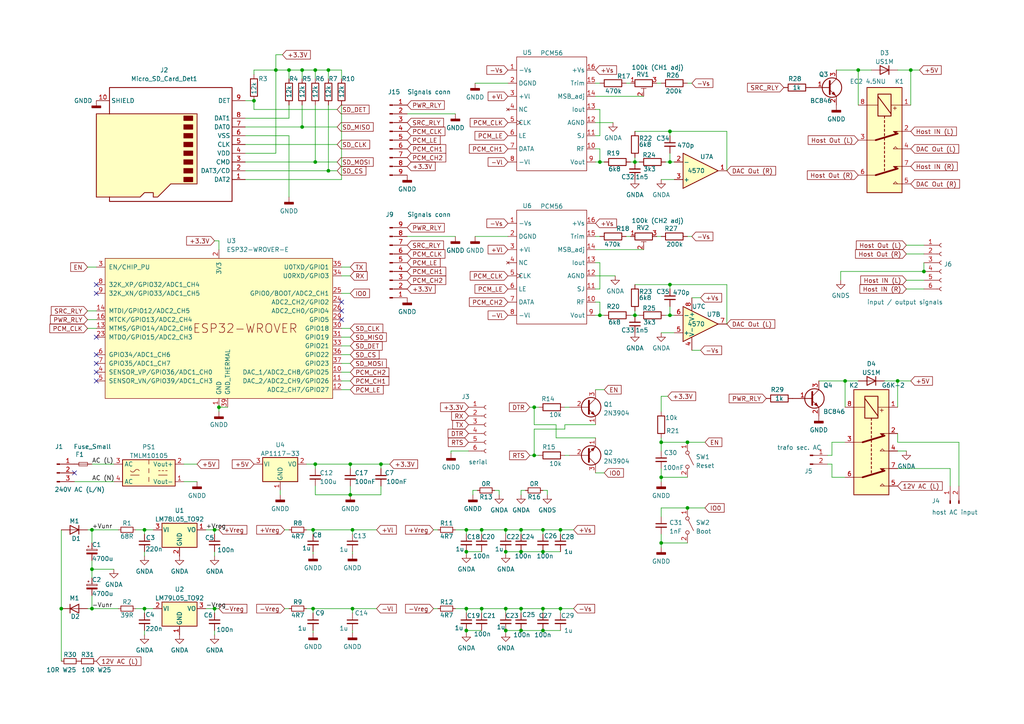
<source format=kicad_sch>
(kicad_sch (version 20231120) (generator "eeschema") (generator_version "8.0")
  (paper "A4")
  (title_block (title "ESP32 PCM56 player") (date "2024-05-28") (rev "0.4") (company "GameInstance.com"))
  (junction (at 146.685 182.88))
  (junction (at 151.13 160.02))
  (junction (at 101.6 134.62))
  (junction (at 26.67 176.53))
  (junction (at 90.805 153.67))
  (junction (at 199.39 128.27))
  (junction (at 248.92 20.32))
  (junction (at 154.94 118.11))
  (junction (at 260.35 110.49))
  (junction (at 184.15 91.44))
  (junction (at 95.25 49.53))
  (junction (at 194.31 91.44))
  (junction (at 26.67 153.67))
  (junction (at 151.13 176.53))
  (junction (at 191.77 157.48))
  (junction (at 95.25 20.32))
  (junction (at 91.44 46.99))
  (junction (at 87.63 20.32))
  (junction (at 157.48 176.53))
  (junction (at 194.31 38.1))
  (junction (at 264.16 20.32))
  (junction (at 139.7 176.53))
  (junction (at 135.255 153.67))
  (junction (at 102.235 176.53))
  (junction (at 157.48 153.67))
  (junction (at 173.99 91.44))
  (junction (at 245.11 110.49))
  (junction (at 110.49 134.62))
  (junction (at 62.23 153.67))
  (junction (at 135.255 176.53))
  (junction (at 102.235 153.67))
  (junction (at 87.63 36.83))
  (junction (at 151.13 153.67))
  (junction (at 73.66 29.21))
  (junction (at 41.91 176.53))
  (junction (at 26.67 165.1))
  (junction (at 101.6 143.51))
  (junction (at 194.31 46.99))
  (junction (at 80.01 20.32))
  (junction (at 91.44 20.32))
  (junction (at 146.685 160.02))
  (junction (at 162.56 153.67))
  (junction (at 41.91 153.67))
  (junction (at 91.44 134.62))
  (junction (at 157.48 160.02))
  (junction (at 135.255 182.88))
  (junction (at 184.15 46.99))
  (junction (at 83.82 20.32))
  (junction (at 154.94 132.08))
  (junction (at 62.23 176.53))
  (junction (at 90.805 176.53))
  (junction (at 146.685 153.67))
  (junction (at 191.77 138.43))
  (junction (at 162.56 176.53))
  (junction (at 146.685 176.53))
  (junction (at 199.39 147.32))
  (junction (at 191.77 128.27))
  (junction (at 63.5 118.11))
  (junction (at 135.255 160.02))
  (junction (at 139.7 153.67))
  (junction (at 173.99 46.99))
  (junction (at 194.31 82.55))
  (junction (at 17.78 176.53))
  (junction (at 267.97 78.74))
  (junction (at 151.13 182.88))
  (junction (at 157.48 182.88))
  (no_connect (at 27.94 107.95))
  (no_connect (at 99.06 87.63))
  (no_connect (at 99.06 90.17))
  (no_connect (at 27.94 97.79))
  (no_connect (at 99.06 92.71))
  (no_connect (at 27.94 110.49))
  (no_connect (at 27.94 102.87))
  (no_connect (at 21.59 137.16))
  (no_connect (at 27.94 82.55))
  (no_connect (at 27.94 105.41))
  (no_connect (at 27.94 85.09))
  (wire (pts (xy 118.11 68.58) (xy 132.08 68.58)))
  (wire (pts (xy 245.11 110.49) (xy 248.92 110.49)))
  (wire (pts (xy 146.685 160.02) (xy 146.685 160.655)))
  (wire (pts (xy 71.12 52.07) (xy 99.06 52.07)))
  (wire (pts (xy 62.23 160.02) (xy 62.23 161.29)))
  (wire (pts (xy 161.29 123.19) (xy 154.94 123.19)))
  (wire (pts (xy 191.77 96.52) (xy 195.58 96.52)))
  (wire (pts (xy 151.13 142.24) (xy 152.4 142.24)))
  (wire (pts (xy 102.235 153.67) (xy 109.22 153.67)))
  (wire (pts (xy 199.39 24.13) (xy 200.66 24.13)))
  (wire (pts (xy 135.255 160.02) (xy 139.7 160.02)))
  (wire (pts (xy 172.72 31.75) (xy 173.99 31.75)))
  (wire (pts (xy 172.72 68.58) (xy 173.99 68.58)))
  (wire (pts (xy 193.04 91.44) (xy 194.31 91.44)))
  (wire (pts (xy 194.31 91.44) (xy 195.58 91.44)))
  (wire (pts (xy 260.35 20.32) (xy 264.16 20.32)))
  (wire (pts (xy 163.83 118.11) (xy 165.1 118.11)))
  (wire (pts (xy 62.23 69.85) (xy 63.5 69.85)))
  (wire (pts (xy 157.48 153.67) (xy 162.56 153.67)))
  (wire (pts (xy 161.29 127) (xy 161.29 123.19)))
  (wire (pts (xy 90.805 182.88) (xy 90.805 183.515)))
  (wire (pts (xy 184.15 91.44) (xy 185.42 91.44)))
  (wire (pts (xy 193.04 46.99) (xy 194.31 46.99)))
  (wire (pts (xy 172.72 137.16) (xy 175.26 137.16)))
  (wire (pts (xy 157.48 182.88) (xy 162.56 182.88)))
  (wire (pts (xy 62.23 176.53) (xy 62.23 177.8)))
  (wire (pts (xy 135.255 182.88) (xy 135.255 183.515)))
  (wire (pts (xy 25.4 77.47) (xy 27.94 77.47)))
  (wire (pts (xy 260.35 125.73) (xy 260.35 128.27)))
  (wire (pts (xy 173.99 43.18) (xy 173.99 46.99)))
  (wire (pts (xy 184.15 45.72) (xy 184.15 46.99)))
  (wire (pts (xy 82.55 176.53) (xy 83.82 176.53)))
  (wire (pts (xy 172.72 87.63) (xy 173.99 87.63)))
  (wire (pts (xy 153.67 118.11) (xy 154.94 118.11)))
  (wire (pts (xy 184.15 46.99) (xy 185.42 46.99)))
  (wire (pts (xy 158.75 142.24) (xy 158.75 143.51)))
  (wire (pts (xy 194.31 82.55) (xy 210.82 82.55)))
  (wire (pts (xy 62.23 153.67) (xy 62.23 154.94)))
  (wire (pts (xy 62.23 182.88) (xy 62.23 184.15)))
  (wire (pts (xy 26.67 153.67) (xy 26.67 157.48)))
  (wire (pts (xy 102.235 153.67) (xy 102.235 154.94)))
  (wire (pts (xy 99.06 80.01) (xy 101.6 80.01)))
  (wire (pts (xy 154.94 124.46) (xy 154.94 132.08)))
  (wire (pts (xy 91.44 143.51) (xy 101.6 143.51)))
  (wire (pts (xy 162.56 176.53) (xy 166.37 176.53)))
  (wire (pts (xy 262.89 73.66) (xy 267.97 73.66)))
  (wire (pts (xy 139.7 176.53) (xy 139.7 177.8)))
  (wire (pts (xy 248.92 20.32) (xy 252.73 20.32)))
  (wire (pts (xy 172.72 43.18) (xy 173.99 43.18)))
  (wire (pts (xy 135.255 176.53) (xy 139.7 176.53)))
  (wire (pts (xy 151.13 142.24) (xy 151.13 143.51)))
  (wire (pts (xy 146.685 182.88) (xy 146.685 183.515)))
  (wire (pts (xy 59.69 176.53) (xy 62.23 176.53)))
  (wire (pts (xy 172.72 113.03) (xy 175.26 113.03)))
  (wire (pts (xy 87.63 30.48) (xy 87.63 36.83)))
  (wire (pts (xy 173.99 83.82) (xy 172.72 83.82)))
  (wire (pts (xy 184.15 82.55) (xy 194.31 82.55)))
  (wire (pts (xy 91.44 134.62) (xy 91.44 135.89)))
  (wire (pts (xy 199.39 138.43) (xy 191.77 138.43)))
  (wire (pts (xy 71.12 46.99) (xy 91.44 46.99)))
  (wire (pts (xy 135.255 160.02) (xy 135.255 160.655)))
  (wire (pts (xy 137.16 143.51) (xy 137.16 142.24)))
  (wire (pts (xy 139.7 176.53) (xy 146.685 176.53)))
  (wire (pts (xy 99.06 107.95) (xy 101.6 107.95)))
  (wire (pts (xy 146.685 153.67) (xy 151.13 153.67)))
  (wire (pts (xy 262.89 71.12) (xy 267.97 71.12)))
  (wire (pts (xy 200.66 101.6) (xy 203.2 101.6)))
  (wire (pts (xy 245.11 110.49) (xy 245.11 118.11)))
  (wire (pts (xy 99.06 85.09) (xy 101.6 85.09)))
  (wire (pts (xy 241.3 128.27) (xy 245.11 128.27)))
  (wire (pts (xy 190.5 24.13) (xy 191.77 24.13)))
  (wire (pts (xy 237.49 110.49) (xy 245.11 110.49)))
  (wire (pts (xy 83.82 22.86) (xy 83.82 20.32)))
  (wire (pts (xy 154.94 118.11) (xy 156.21 118.11)))
  (wire (pts (xy 153.67 132.08) (xy 154.94 132.08)))
  (wire (pts (xy 90.805 176.53) (xy 90.805 177.8)))
  (wire (pts (xy 163.83 132.08) (xy 165.1 132.08)))
  (wire (pts (xy 260.35 128.27) (xy 278.13 128.27)))
  (wire (pts (xy 101.6 140.97) (xy 101.6 143.51)))
  (wire (pts (xy 99.06 102.87) (xy 101.6 102.87)))
  (wire (pts (xy 264.16 20.32) (xy 266.7 20.32)))
  (wire (pts (xy 71.12 36.83) (xy 87.63 36.83)))
  (wire (pts (xy 139.7 153.67) (xy 146.685 153.67)))
  (wire (pts (xy 110.49 135.89) (xy 110.49 134.62)))
  (wire (pts (xy 59.69 153.67) (xy 62.23 153.67)))
  (wire (pts (xy 137.795 24.13) (xy 147.32 24.13)))
  (wire (pts (xy 240.03 132.08) (xy 241.3 132.08)))
  (wire (pts (xy 25.4 95.25) (xy 27.94 95.25)))
  (wire (pts (xy 146.685 153.67) (xy 146.685 154.94)))
  (wire (pts (xy 172.72 76.2) (xy 173.99 76.2)))
  (wire (pts (xy 157.48 160.02) (xy 162.56 160.02)))
  (wire (pts (xy 91.44 46.99) (xy 97.79 46.99)))
  (wire (pts (xy 146.685 182.88) (xy 151.13 182.88)))
  (wire (pts (xy 242.57 20.32) (xy 248.92 20.32)))
  (wire (pts (xy 95.25 20.32) (xy 95.25 22.86)))
  (wire (pts (xy 137.16 142.24) (xy 138.43 142.24)))
  (wire (pts (xy 99.06 95.25) (xy 101.6 95.25)))
  (wire (pts (xy 264.16 20.32) (xy 264.16 30.48)))
  (wire (pts (xy 184.15 90.17) (xy 184.15 91.44)))
  (wire (pts (xy 139.7 153.67) (xy 139.7 154.94)))
  (wire (pts (xy 194.31 38.1) (xy 210.82 38.1)))
  (wire (pts (xy 80.01 20.32) (xy 80.01 44.45)))
  (wire (pts (xy 91.44 20.32) (xy 91.44 22.86)))
  (wire (pts (xy 163.83 124.46) (xy 154.94 124.46)))
  (wire (pts (xy 146.685 176.53) (xy 151.13 176.53)))
  (wire (pts (xy 73.66 21.59) (xy 73.66 20.32)))
  (wire (pts (xy 157.48 154.94) (xy 157.48 153.67)))
  (wire (pts (xy 210.82 38.1) (xy 210.82 49.53)))
  (wire (pts (xy 90.805 176.53) (xy 102.235 176.53)))
  (wire (pts (xy 62.23 153.67) (xy 63.5 153.67)))
  (wire (pts (xy 90.805 153.67) (xy 90.805 154.94)))
  (wire (pts (xy 199.39 147.32) (xy 191.77 147.32)))
  (wire (pts (xy 39.37 153.67) (xy 41.91 153.67)))
  (wire (pts (xy 172.72 27.94) (xy 186.69 27.94)))
  (wire (pts (xy 81.915 15.875) (xy 80.01 15.875)))
  (wire (pts (xy 83.82 20.32) (xy 80.01 20.32)))
  (wire (pts (xy 256.54 110.49) (xy 260.35 110.49)))
  (wire (pts (xy 99.06 77.47) (xy 101.6 77.47)))
  (wire (pts (xy 95.25 20.32) (xy 99.06 20.32)))
  (wire (pts (xy 71.12 34.29) (xy 83.82 34.29)))
  (wire (pts (xy 53.34 134.62) (xy 57.15 134.62)))
  (wire (pts (xy 135.255 182.88) (xy 139.7 182.88)))
  (wire (pts (xy 99.06 52.07) (xy 99.06 30.48)))
  (wire (pts (xy 91.44 30.48) (xy 91.44 46.99)))
  (wire (pts (xy 210.82 82.55) (xy 210.82 93.98)))
  (wire (pts (xy 26.67 162.56) (xy 26.67 165.1)))
  (wire (pts (xy 260.35 110.49) (xy 264.16 110.49)))
  (wire (pts (xy 191.77 147.32) (xy 191.77 149.86)))
  (wire (pts (xy 73.66 20.32) (xy 80.01 20.32)))
  (wire (pts (xy 173.99 91.44) (xy 175.26 91.44)))
  (wire (pts (xy 182.88 46.99) (xy 184.15 46.99)))
  (wire (pts (xy 260.35 110.49) (xy 260.35 118.11)))
  (wire (pts (xy 90.805 153.67) (xy 102.235 153.67)))
  (wire (pts (xy 130.81 130.81) (xy 130.81 131.445)))
  (wire (pts (xy 199.39 128.27) (xy 204.47 128.27)))
  (wire (pts (xy 110.49 134.62) (xy 113.03 134.62)))
  (wire (pts (xy 191.77 128.27) (xy 191.77 130.81)))
  (wire (pts (xy 99.06 105.41) (xy 101.6 105.41)))
  (wire (pts (xy 191.77 154.94) (xy 191.77 157.48)))
  (wire (pts (xy 95.25 30.48) (xy 95.25 49.53)))
  (wire (pts (xy 81.28 142.24) (xy 81.28 143.51)))
  (wire (pts (xy 73.66 31.75) (xy 73.66 29.21)))
  (wire (pts (xy 135.255 153.67) (xy 139.7 153.67)))
  (wire (pts (xy 245.11 138.43) (xy 241.3 138.43)))
  (wire (pts (xy 146.685 176.53) (xy 146.685 177.8)))
  (wire (pts (xy 80.01 15.875) (xy 80.01 20.32)))
  (wire (pts (xy 83.82 34.29) (xy 83.82 30.48)))
  (wire (pts (xy 26.67 176.53) (xy 34.29 176.53)))
  (wire (pts (xy 91.44 134.62) (xy 101.6 134.62)))
  (wire (pts (xy 99.06 100.33) (xy 101.6 100.33)))
  (wire (pts (xy 102.235 182.88) (xy 102.235 183.515)))
  (wire (pts (xy 151.13 182.88) (xy 157.48 182.88)))
  (wire (pts (xy 194.31 44.45) (xy 194.31 46.99)))
  (wire (pts (xy 41.91 176.53) (xy 41.91 177.8)))
  (wire (pts (xy 191.77 135.89) (xy 191.77 138.43)))
  (wire (pts (xy 173.99 46.99) (xy 175.26 46.99)))
  (wire (pts (xy 137.795 68.58) (xy 147.32 68.58)))
  (wire (pts (xy 26.67 153.67) (xy 34.29 153.67)))
  (wire (pts (xy 146.685 160.02) (xy 151.13 160.02)))
  (wire (pts (xy 172.72 24.13) (xy 173.99 24.13)))
  (wire (pts (xy 25.4 153.67) (xy 26.67 153.67)))
  (wire (pts (xy 157.48 177.8) (xy 157.48 176.53)))
  (wire (pts (xy 88.9 176.53) (xy 90.805 176.53)))
  (wire (pts (xy 41.91 153.67) (xy 41.91 154.94)))
  (wire (pts (xy 91.44 20.32) (xy 95.25 20.32)))
  (wire (pts (xy 17.78 153.67) (xy 17.78 176.53)))
  (wire (pts (xy 143.51 142.24) (xy 144.78 142.24)))
  (wire (pts (xy 87.63 20.32) (xy 87.63 22.86)))
  (wire (pts (xy 199.39 147.32) (xy 204.47 147.32)))
  (wire (pts (xy 135.255 153.67) (xy 135.255 154.94)))
  (wire (pts (xy 194.31 82.55) (xy 194.31 83.82)))
  (wire (pts (xy 83.82 39.37) (xy 83.82 57.15)))
  (wire (pts (xy 88.9 134.62) (xy 91.44 134.62)))
  (wire (pts (xy 172.72 123.19) (xy 163.83 123.19)))
  (wire (pts (xy 172.72 127) (xy 161.29 127)))
  (wire (pts (xy 99.06 97.79) (xy 101.6 97.79)))
  (wire (pts (xy 267.97 76.2) (xy 267.97 78.74)))
  (wire (pts (xy 194.31 88.9) (xy 194.31 91.44)))
  (wire (pts (xy 99.06 113.03) (xy 101.6 113.03)))
  (wire (pts (xy 182.88 91.44) (xy 184.15 91.44)))
  (wire (pts (xy 154.94 132.08) (xy 156.21 132.08)))
  (wire (pts (xy 25.4 92.71) (xy 27.94 92.71)))
  (wire (pts (xy 99.06 20.32) (xy 99.06 22.86)))
  (wire (pts (xy 125.73 176.53) (xy 127 176.53)))
  (wire (pts (xy 162.56 154.94) (xy 162.56 153.67)))
  (wire (pts (xy 157.48 153.67) (xy 151.13 153.67)))
  (wire (pts (xy 26.67 165.1) (xy 33.02 165.1)))
  (wire (pts (xy 21.59 139.7) (xy 33.02 139.7)))
  (wire (pts (xy 181.61 24.13) (xy 182.88 24.13)))
  (wire (pts (xy 87.63 36.83) (xy 97.79 36.83)))
  (wire (pts (xy 41.91 153.67) (xy 44.45 153.67)))
  (wire (pts (xy 275.59 140.97) (xy 275.59 135.89)))
  (wire (pts (xy 191.77 128.27) (xy 199.39 128.27)))
  (wire (pts (xy 99.06 110.49) (xy 101.6 110.49)))
  (wire (pts (xy 154.94 123.19) (xy 154.94 118.11)))
  (wire (pts (xy 71.12 39.37) (xy 83.82 39.37)))
  (wire (pts (xy 151.13 176.53) (xy 151.13 177.8)))
  (wire (pts (xy 267.97 78.74) (xy 243.84 78.74)))
  (wire (pts (xy 26.67 165.1) (xy 26.67 167.64)))
  (wire (pts (xy 25.4 176.53) (xy 26.67 176.53)))
  (wire (pts (xy 132.08 153.67) (xy 135.255 153.67)))
  (wire (pts (xy 41.91 182.88) (xy 41.91 184.15)))
  (wire (pts (xy 241.3 134.62) (xy 240.03 134.62)))
  (wire (pts (xy 241.3 132.08) (xy 241.3 128.27)))
  (wire (pts (xy 172.72 91.44) (xy 173.99 91.44)))
  (wire (pts (xy 172.72 80.01) (xy 178.435 80.01)))
  (wire (pts (xy 87.63 20.32) (xy 91.44 20.32)))
  (wire (pts (xy 262.89 130.81) (xy 260.35 130.81)))
  (wire (pts (xy 163.83 123.19) (xy 163.83 124.46)))
  (wire (pts (xy 157.48 176.53) (xy 151.13 176.53)))
  (wire (pts (xy 71.12 41.91) (xy 97.79 41.91)))
  (wire (pts (xy 102.235 160.02) (xy 102.235 160.655)))
  (wire (pts (xy 157.48 142.24) (xy 158.75 142.24)))
  (wire (pts (xy 41.91 160.02) (xy 41.91 161.29)))
  (wire (pts (xy 53.34 139.7) (xy 57.15 139.7)))
  (wire (pts (xy 162.56 153.67) (xy 166.37 153.67)))
  (wire (pts (xy 101.6 134.62) (xy 101.6 135.89)))
  (wire (pts (xy 173.99 31.75) (xy 173.99 39.37)))
  (wire (pts (xy 262.89 83.82) (xy 267.97 83.82)))
  (wire (pts (xy 194.31 46.99) (xy 195.58 46.99)))
  (wire (pts (xy 200.66 86.36) (xy 203.2 86.36)))
  (wire (pts (xy 162.56 176.53) (xy 162.56 177.8)))
  (wire (pts (xy 184.15 38.1) (xy 194.31 38.1)))
  (wire (pts (xy 63.5 118.11) (xy 66.04 118.11)))
  (wire (pts (xy 101.6 143.51) (xy 110.49 143.51)))
  (wire (pts (xy 191.77 52.07) (xy 195.58 52.07)))
  (wire (pts (xy 83.82 20.32) (xy 87.63 20.32)))
  (wire (pts (xy 25.4 90.17) (xy 27.94 90.17)))
  (wire (pts (xy 26.67 134.62) (xy 33.02 134.62)))
  (wire (pts (xy 199.39 157.48) (xy 191.77 157.48)))
  (wire (pts (xy 90.805 160.02) (xy 90.805 160.655)))
  (wire (pts (xy 172.72 35.56) (xy 177.8 35.56)))
  (wire (pts (xy 101.6 134.62) (xy 110.49 134.62)))
  (wire (pts (xy 157.48 176.53) (xy 162.56 176.53)))
  (wire (pts (xy 125.73 153.67) (xy 127 153.67)))
  (wire (pts (xy 173.99 87.63) (xy 173.99 91.44)))
  (wire (pts (xy 191.77 138.43) (xy 191.77 139.7)))
  (wire (pts (xy 194.31 38.1) (xy 194.31 39.37)))
  (wire (pts (xy 118.11 33.02) (xy 132.08 33.02)))
  (wire (pts (xy 278.13 128.27) (xy 278.13 140.97)))
  (wire (pts (xy 97.79 31.75) (xy 73.66 31.75)))
  (wire (pts (xy 63.5 69.85) (xy 63.5 72.39)))
  (wire (pts (xy 241.3 138.43) (xy 241.3 134.62)))
  (wire (pts (xy 95.25 49.53) (xy 97.79 49.53)))
  (wire (pts (xy 181.61 68.58) (xy 182.88 68.58)))
  (wire (pts (xy 248.92 20.32) (xy 248.92 30.48)))
  (wire (pts (xy 39.37 176.53) (xy 41.91 176.53)))
  (wire (pts (xy 44.45 176.53) (xy 41.91 176.53)))
  (wire (pts (xy 275.59 135.89) (xy 260.35 135.89)))
  (wire (pts (xy 191.77 127) (xy 191.77 128.27)))
  (wire (pts (xy 243.84 78.74) (xy 243.84 81.28)))
  (wire (pts (xy 173.99 39.37) (xy 172.72 39.37)))
  (wire (pts (xy 191.77 114.935) (xy 191.77 119.38)))
  (wire (pts (xy 71.12 44.45) (xy 80.01 44.45)))
  (wire (pts (xy 199.39 68.58) (xy 200.66 68.58)))
  (wire (pts (xy 26.67 176.53) (xy 26.67 172.72)))
  (wire (pts (xy 193.675 114.935) (xy 191.77 114.935)))
  (wire (pts (xy 63.5 118.11) (xy 63.5 119.38)))
  (wire (pts (xy 102.235 176.53) (xy 109.22 176.53)))
  (wire (pts (xy 91.44 140.97) (xy 91.44 143.51)))
  (wire (pts (xy 82.55 153.67) (xy 83.82 153.67)))
  (wire (pts (xy 110.49 140.97) (xy 110.49 143.51)))
  (wire (pts (xy 102.235 176.53) (xy 102.235 177.8)))
  (wire (pts (xy 262.89 81.28) (xy 267.97 81.28)))
  (wire (pts (xy 135.89 130.81) (xy 130.81 130.81)))
  (wire (pts (xy 191.77 157.48) (xy 191.77 158.75)))
  (wire (pts (xy 151.13 160.02) (xy 157.48 160.02)))
  (wire (pts (xy 71.12 29.21) (xy 73.66 29.21)))
  (wire (pts (xy 190.5 68.58) (xy 191.77 68.58)))
  (wire (pts (xy 151.13 153.67) (xy 151.13 154.94)))
  (wire (pts (xy 135.255 176.53) (xy 135.255 177.8)))
  (wire (pts (xy 144.78 142.24) (xy 144.78 143.51)))
  (wire (pts (xy 173.99 76.2) (xy 173.99 83.82)))
  (wire (pts (xy 172.72 46.99) (xy 173.99 46.99)))
  (wire (pts (xy 17.78 176.53) (xy 17.78 191.77)))
  (wire (pts (xy 71.12 49.53) (xy 95.25 49.53)))
  (wire (pts (xy 132.08 176.53) (xy 135.255 176.53)))
  (wire (pts (xy 172.72 72.39) (xy 186.69 72.39)))
  (wire (pts (xy 62.23 176.53) (xy 63.5 176.53)))
  (wire (pts (xy 88.9 153.67) (xy 90.805 153.67)))
  (label "AC (L)" (at 26.67 134.62 0))
  (label "+Vreg" (at 59.69 153.67 0))
  (label "-Vreg" (at 59.69 176.53 0))
  (label "+Vunr" (at 26.67 153.67 0))
  (label "-Vunr" (at 26.67 176.53 0))
  (label "AC (N)" (at 26.67 139.7 0))
  (global_label "+Vs" (shape input) (at 166.37 153.67 0) (property "Intersheetrefs" "${INTERSHEET_REFS}" (effects (hide yes))))
  (global_label "PCM_CH1" (shape input) (at 101.6 110.49 0) (property "Intersheetrefs" "${INTERSHEET_REFS}" (effects (hide yes))))
  (global_label "IO0" (shape input) (at 101.6 85.09 0) (property "Intersheetrefs" "${INTERSHEET_REFS}" (effects (hide yes))))
  (global_label "PWR_RLY" (shape input) (at 222.25 115.57 180) (property "Intersheetrefs" "${INTERSHEET_REFS}" (effects (hide yes))))
  (global_label "Host IN (R)" (shape input) (at 262.89 83.82 180) (property "Intersheetrefs" "${INTERSHEET_REFS}" (effects (hide yes))))
  (global_label "TX" (shape input) (at 135.89 123.19 180) (property "Intersheetrefs" "${INTERSHEET_REFS}" (effects (hide yes))))
  (global_label "+Vl" (shape input) (at 147.32 27.94 180) (property "Intersheetrefs" "${INTERSHEET_REFS}" (effects (hide yes))))
  (global_label "SD_CLK" (shape input) (at 101.6 95.25 0) (property "Intersheetrefs" "${INTERSHEET_REFS}" (effects (hide yes))))
  (global_label "DTR" (shape input) (at 135.89 125.73 180) (property "Intersheetrefs" "${INTERSHEET_REFS}" (effects (hide yes))))
  (global_label "+3.3V" (shape input) (at 62.23 69.85 180) (property "Intersheetrefs" "${INTERSHEET_REFS}" (effects (hide yes))))
  (global_label "Host Out (L)" (shape input) (at 262.89 71.12 180) (property "Intersheetrefs" "${INTERSHEET_REFS}" (effects (hide yes))))
  (global_label "Host IN (L)" (shape input) (at 262.89 81.28 180) (property "Intersheetrefs" "${INTERSHEET_REFS}" (effects (hide yes))))
  (global_label "+Vl" (shape input) (at 147.32 72.39 180) (property "Intersheetrefs" "${INTERSHEET_REFS}" (effects (hide yes))))
  (global_label "DAC Out (R)" (shape input) (at 210.82 49.53 0) (property "Intersheetrefs" "${INTERSHEET_REFS}" (effects (hide yes))))
  (global_label "IO0" (shape input) (at 204.47 147.32 0) (property "Intersheetrefs" "${INTERSHEET_REFS}" (effects (hide yes))))
  (global_label "RTS" (shape input) (at 135.89 128.27 180) (property "Intersheetrefs" "${INTERSHEET_REFS}" (effects (hide yes))))
  (global_label "EN" (shape input) (at 25.4 77.47 180) (property "Intersheetrefs" "${INTERSHEET_REFS}" (effects (hide yes))))
  (global_label "PCM_CLK" (shape input) (at 25.4 95.25 180) (property "Intersheetrefs" "${INTERSHEET_REFS}" (effects (hide yes))))
  (global_label "PCM_CH2" (shape input) (at 118.11 45.72 0) (property "Intersheetrefs" "${INTERSHEET_REFS}" (effects (hide yes))))
  (global_label "PCM_CH1" (shape input) (at 118.11 43.18 0) (property "Intersheetrefs" "${INTERSHEET_REFS}" (effects (hide yes))))
  (global_label "Host IN (L)" (shape input) (at 264.16 38.1 0) (property "Intersheetrefs" "${INTERSHEET_REFS}" (effects (hide yes))))
  (global_label "SD_CS" (shape input) (at 97.79 49.53 0) (property "Intersheetrefs" "${INTERSHEET_REFS}" (effects (hide yes))))
  (global_label "-Vreg" (shape input) (at 63.5 176.53 0) (property "Intersheetrefs" "${INTERSHEET_REFS}" (effects (hide yes))))
  (global_label "12V AC (L)" (shape input) (at 260.35 140.97 0) (property "Intersheetrefs" "${INTERSHEET_REFS}" (effects (hide yes))))
  (global_label "PCM_CLK" (shape input) (at 147.32 35.56 180) (property "Intersheetrefs" "${INTERSHEET_REFS}" (effects (hide yes))))
  (global_label "+3.3V" (shape input) (at 81.915 15.875 0) (property "Intersheetrefs" "${INTERSHEET_REFS}" (effects (hide yes))))
  (global_label "PCM_CH1" (shape input) (at 147.32 43.18 180) (property "Intersheetrefs" "${INTERSHEET_REFS}" (effects (hide yes))))
  (global_label "SD_DET" (shape input) (at 101.6 100.33 0) (property "Intersheetrefs" "${INTERSHEET_REFS}" (effects (hide yes))))
  (global_label "+3.3V" (shape input) (at 118.11 48.26 0) (property "Intersheetrefs" "${INTERSHEET_REFS}" (effects (hide yes))))
  (global_label "+3.3V" (shape input) (at 193.675 114.935 0) (property "Intersheetrefs" "${INTERSHEET_REFS}" (effects (hide yes))))
  (global_label "RX" (shape input) (at 101.6 80.01 0) (property "Intersheetrefs" "${INTERSHEET_REFS}" (effects (hide yes))))
  (global_label "SD_MISO" (shape input) (at 101.6 97.79 0) (property "Intersheetrefs" "${INTERSHEET_REFS}" (effects (hide yes))))
  (global_label "DAC Out (L)" (shape input) (at 264.16 43.18 0) (property "Intersheetrefs" "${INTERSHEET_REFS}" (effects (hide yes))))
  (global_label "IO0" (shape input) (at 175.26 137.16 0) (property "Intersheetrefs" "${INTERSHEET_REFS}" (effects (hide yes))))
  (global_label "PCM_CLK" (shape input) (at 118.11 73.66 0) (property "Intersheetrefs" "${INTERSHEET_REFS}" (effects (hide yes))))
  (global_label "+5V" (shape input) (at 73.66 134.62 180) (property "Intersheetrefs" "${INTERSHEET_REFS}" (effects (hide yes))))
  (global_label "-Vreg" (shape input) (at 82.55 176.53 180) (property "Intersheetrefs" "${INTERSHEET_REFS}" (effects (hide yes))))
  (global_label "Host IN (R)" (shape input) (at 264.16 48.26 0) (property "Intersheetrefs" "${INTERSHEET_REFS}" (effects (hide yes))))
  (global_label "Host Out (R)" (shape input) (at 262.89 73.66 180) (property "Intersheetrefs" "${INTERSHEET_REFS}" (effects (hide yes))))
  (global_label "PCM_CH1" (shape input) (at 118.11 78.74 0) (property "Intersheetrefs" "${INTERSHEET_REFS}" (effects (hide yes))))
  (global_label "-Vs" (shape input) (at 147.32 20.32 180) (property "Intersheetrefs" "${INTERSHEET_REFS}" (effects (hide yes))))
  (global_label "+5V" (shape input) (at 264.16 110.49 0) (property "Intersheetrefs" "${INTERSHEET_REFS}" (effects (hide yes))))
  (global_label "RTS" (shape input) (at 153.67 132.08 180) (property "Intersheetrefs" "${INTERSHEET_REFS}" (effects (hide yes))))
  (global_label "PCM_LE" (shape input) (at 147.32 39.37 180) (property "Intersheetrefs" "${INTERSHEET_REFS}" (effects (hide yes))))
  (global_label "+5V" (shape input) (at 57.15 134.62 0) (property "Intersheetrefs" "${INTERSHEET_REFS}" (effects (hide yes))))
  (global_label "PCM_CH2" (shape input) (at 118.11 81.28 0) (property "Intersheetrefs" "${INTERSHEET_REFS}" (effects (hide yes))))
  (global_label "-Vs" (shape input) (at 200.66 68.58 0) (property "Intersheetrefs" "${INTERSHEET_REFS}" (effects (hide yes))))
  (global_label "PCM_CLK" (shape input) (at 118.11 38.1 0) (property "Intersheetrefs" "${INTERSHEET_REFS}" (effects (hide yes))))
  (global_label "SD_DET" (shape input) (at 97.79 31.75 0) (property "Intersheetrefs" "${INTERSHEET_REFS}" (effects (hide yes))))
  (global_label "+Vs" (shape input) (at 172.72 20.32 0) (property "Intersheetrefs" "${INTERSHEET_REFS}" (effects (hide yes))))
  (global_label "-Vs" (shape input) (at 166.37 176.53 0) (property "Intersheetrefs" "${INTERSHEET_REFS}" (effects (hide yes))))
  (global_label "+3.3V" (shape input) (at 113.03 134.62 0) (property "Intersheetrefs" "${INTERSHEET_REFS}" (effects (hide yes))))
  (global_label "EN" (shape input) (at 204.47 128.27 0) (property "Intersheetrefs" "${INTERSHEET_REFS}" (effects (hide yes))))
  (global_label "+Vs" (shape input) (at 172.72 64.77 0) (property "Intersheetrefs" "${INTERSHEET_REFS}" (effects (hide yes))))
  (global_label "+Vs" (shape input) (at 203.2 86.36 0) (property "Intersheetrefs" "${INTERSHEET_REFS}" (effects (hide yes))))
  (global_label "-Vl" (shape input) (at 109.22 176.53 0) (property "Intersheetrefs" "${INTERSHEET_REFS}" (effects (hide yes))))
  (global_label "SD_MOSI" (shape input) (at 101.6 105.41 0) (property "Intersheetrefs" "${INTERSHEET_REFS}" (effects (hide yes))))
  (global_label "DAC Out (L)" (shape input) (at 210.82 93.98 0) (property "Intersheetrefs" "${INTERSHEET_REFS}" (effects (hide yes))))
  (global_label "+3.3V" (shape input) (at 118.11 83.82 0) (property "Intersheetrefs" "${INTERSHEET_REFS}" (effects (hide yes))))
  (global_label "SRC_RLY" (shape input) (at 25.4 90.17 180) (property "Intersheetrefs" "${INTERSHEET_REFS}" (effects (hide yes))))
  (global_label "+Vreg" (shape input) (at 125.73 153.67 180) (property "Intersheetrefs" "${INTERSHEET_REFS}" (effects (hide yes))))
  (global_label "SRC_RLY" (shape input) (at 118.11 35.56 0) (property "Intersheetrefs" "${INTERSHEET_REFS}" (effects (hide yes))))
  (global_label "Host Out (L)" (shape input) (at 248.92 40.64 180) (property "Intersheetrefs" "${INTERSHEET_REFS}" (effects (hide yes))))
  (global_label "DAC Out (R)" (shape input) (at 264.16 53.34 0) (property "Intersheetrefs" "${INTERSHEET_REFS}" (effects (hide yes))))
  (global_label "SD_MOSI" (shape input) (at 97.79 46.99 0) (property "Intersheetrefs" "${INTERSHEET_REFS}" (effects (hide yes))))
  (global_label "-Vs" (shape input) (at 147.32 64.77 180) (property "Intersheetrefs" "${INTERSHEET_REFS}" (effects (hide yes))))
  (global_label "SRC_RLY" (shape input) (at 227.33 25.4 180) (property "Intersheetrefs" "${INTERSHEET_REFS}" (effects (hide yes))))
  (global_label "PWR_RLY" (shape input) (at 118.11 66.04 0) (property "Intersheetrefs" "${INTERSHEET_REFS}" (effects (hide yes))))
  (global_label "PCM_LE" (shape input) (at 101.6 113.03 0) (property "Intersheetrefs" "${INTERSHEET_REFS}" (effects (hide yes))))
  (global_label "-Vs" (shape input) (at 200.66 24.13 0) (property "Intersheetrefs" "${INTERSHEET_REFS}" (effects (hide yes))))
  (global_label "+3.3V" (shape input) (at 135.89 118.11 180) (property "Intersheetrefs" "${INTERSHEET_REFS}" (effects (hide yes))))
  (global_label "PCM_CLK" (shape input) (at 147.32 80.01 180) (property "Intersheetrefs" "${INTERSHEET_REFS}" (effects (hide yes))))
  (global_label "SD_MISO" (shape input) (at 97.79 36.83 0) (property "Intersheetrefs" "${INTERSHEET_REFS}" (effects (hide yes))))
  (global_label "DTR" (shape input) (at 153.67 118.11 180) (property "Intersheetrefs" "${INTERSHEET_REFS}" (effects (hide yes))))
  (global_label "+5V" (shape input) (at 266.7 20.32 0) (property "Intersheetrefs" "${INTERSHEET_REFS}" (effects (hide yes))))
  (global_label "-Vs" (shape input) (at 203.2 101.6 0) (property "Intersheetrefs" "${INTERSHEET_REFS}" (effects (hide yes))))
  (global_label "TX" (shape input) (at 101.6 77.47 0) (property "Intersheetrefs" "${INTERSHEET_REFS}" (effects (hide yes))))
  (global_label "-Vl" (shape input) (at 147.32 46.99 180) (property "Intersheetrefs" "${INTERSHEET_REFS}" (effects (hide yes))))
  (global_label "SRC_RLY" (shape input) (at 118.11 71.12 0) (property "Intersheetrefs" "${INTERSHEET_REFS}" (effects (hide yes))))
  (global_label "PCM_CH2" (shape input) (at 101.6 107.95 0) (property "Intersheetrefs" "${INTERSHEET_REFS}" (effects (hide yes))))
  (global_label "-Vreg" (shape input) (at 125.73 176.53 180) (property "Intersheetrefs" "${INTERSHEET_REFS}" (effects (hide yes))))
  (global_label "PCM_LE" (shape input) (at 118.11 40.64 0) (property "Intersheetrefs" "${INTERSHEET_REFS}" (effects (hide yes))))
  (global_label "EN" (shape input) (at 175.26 113.03 0) (property "Intersheetrefs" "${INTERSHEET_REFS}" (effects (hide yes))))
  (global_label "12V AC (L)" (shape input) (at 27.94 191.77 0) (property "Intersheetrefs" "${INTERSHEET_REFS}" (effects (hide yes))))
  (global_label "+Vl" (shape input) (at 109.22 153.67 0) (property "Intersheetrefs" "${INTERSHEET_REFS}" (effects (hide yes))))
  (global_label "PCM_CH2" (shape input) (at 147.32 87.63 180) (property "Intersheetrefs" "${INTERSHEET_REFS}" (effects (hide yes))))
  (global_label "Host Out (R)" (shape input) (at 248.92 50.8 180) (property "Intersheetrefs" "${INTERSHEET_REFS}" (effects (hide yes))))
  (global_label "+Vreg" (shape input) (at 82.55 153.67 180) (property "Intersheetrefs" "${INTERSHEET_REFS}" (effects (hide yes))))
  (global_label "PWR_RLY" (shape input) (at 25.4 92.71 180) (property "Intersheetrefs" "${INTERSHEET_REFS}" (effects (hide yes))))
  (global_label "SD_CLK" (shape input) (at 97.79 41.91 0) (property "Intersheetrefs" "${INTERSHEET_REFS}" (effects (hide yes))))
  (global_label "+Vreg" (shape input) (at 63.5 153.67 0) (property "Intersheetrefs" "${INTERSHEET_REFS}" (effects (hide yes))))
  (global_label "RX" (shape input) (at 135.89 120.65 180) (property "Intersheetrefs" "${INTERSHEET_REFS}" (effects (hide yes))))
  (global_label "PCM_LE" (shape input) (at 118.11 76.2 0) (property "Intersheetrefs" "${INTERSHEET_REFS}" (effects (hide yes))))
  (global_label "PCM_LE" (shape input) (at 147.32 83.82 180) (property "Intersheetrefs" "${INTERSHEET_REFS}" (effects (hide yes))))
  (global_label "SD_CS" (shape input) (at 101.6 102.87 0) (property "Intersheetrefs" "${INTERSHEET_REFS}" (effects (hide yes))))
  (global_label "-Vl" (shape input) (at 147.32 91.44 180) (property "Intersheetrefs" "${INTERSHEET_REFS}" (effects (hide yes))))
  (global_label "PWR_RLY" (shape input) (at 118.11 30.48 0) (property "Intersheetrefs" "${INTERSHEET_REFS}" (effects (hide yes))))
  (symbol (lib_id "Regulator_Linear:LM78L05_TO92") (at 52.07 153.67 0) (unit 1)
    (property "Reference" "U1" (at 52.07 148.0652 0))
    (property "Value" "LM78L05_TO92" (at 52.07 150.6021 0))
    (property "Footprint" "Package_TO_SOT_THT:TO-92_Inline" (effects (hide yes)))
    (property "Datasheet" "https://www.onsemi.com/pub/Collateral/MC78L06A-D.pdf" (effects (hide yes)))
  )
  (symbol (lib_id "Device:C_Small") (at 184.15 49.53 180) (unit 1)
    (property "Reference" "C32" (at 182.118 51.308 0))
    (property "Value" "1n5" (at 186.182 51.308 0))
    (property "Footprint" "Capacitor_SMD:C_0805_2012Metric" (effects (hide yes)))
  )
  (symbol (lib_id "Device:C_Small") (at 91.44 138.43 0) (unit 1)
    (property "Reference" "C12" (at 92.71 137.16 0) (effects (justify left)))
    (property "Value" "100u" (at 92.71 139.7 0) (effects (justify left)))
    (property "Footprint" "Capacitor_SMD:C_1210_3225Metric" (effects (hide yes)))
  )
  (symbol (lib_id "Connector:Conn_01x02_Pin") (at 275.59 146.05 90) (unit 1)
    (property "Reference" "J4" (at 270.256 145.288 90) (effects (justify right)))
    (property "Value" "host AC input" (at 270.256 148.59 90) (effects (justify right)))
    (property "Footprint" "Connector_Molex:Molex_KK-254_AE-6410-02A_1x02_P2.54mm_Vertical" (effects (hide yes)))
    (property "Description" "Generic connector, single row, 01x02, script generated" (effects (hide yes)))
  )
  (symbol (lib_id "Device:R_Small") (at 129.54 176.53 90) (mirror x) (unit 1)
    (property "Reference" "R12" (at 129.54 174.625 90))
    (property "Value" "4R7" (at 129.54 178.4295 90))
    (property "Footprint" "Resistor_SMD:R_1206_3216Metric" (effects (hide yes)))
  )
  (symbol (lib_id "power:GNDA") (at 146.685 183.515 0) (unit 1)
    (property "Reference" "#PWR025" (effects (hide yes)))
    (property "Value" "GNDA" (at 146.685 187.9584 0))
  )
  (symbol (lib_id "Device:C_Small") (at 184.15 93.98 180) (unit 1)
    (property "Reference" "C33" (at 182.118 95.758 0))
    (property "Value" "1n5" (at 186.182 95.758 0))
    (property "Footprint" "Capacitor_SMD:C_0805_2012Metric" (effects (hide yes)))
  )
  (symbol (lib_id "Device:R_Small") (at 86.36 176.53 90) (mirror x) (unit 1)
    (property "Reference" "R9" (at 86.36 174.625 90))
    (property "Value" "4R7" (at 86.36 178.4295 90))
    (property "Footprint" "Resistor_SMD:R_1206_3216Metric" (effects (hide yes)))
  )
  (symbol (lib_id "power:GNDA") (at 41.91 161.29 0) (unit 1)
    (property "Reference" "#PWR02" (effects (hide yes)))
    (property "Value" "GNDA" (at 41.91 165.7334 0))
  )
  (symbol (lib_id "Device:R") (at 177.8 24.13 90) (unit 1)
    (property "Reference" "R17" (at 182.88 22.098 90) (effects (justify left)))
    (property "Value" "470k" (at 180.34 26.416 90) (effects (justify left)))
    (property "Footprint" "Resistor_SMD:R_0805_2012Metric" (effects (hide yes)))
  )
  (symbol (lib_id "power:GNDD") (at 27.94 29.21 0) (unit 1)
    (property "Reference" "#PWR040" (effects (hide yes)))
    (property "Value" "GNDD" (at 24.13 29.21 0))
  )
  (symbol (lib_id "Device:R") (at 160.02 132.08 90) (unit 1)
    (property "Reference" "R15" (at 161.163 129.667 90) (effects (justify left)))
    (property "Value" "10k" (at 162.941 134.493 90) (effects (justify left)))
    (property "Footprint" "Resistor_SMD:R_0805_2012Metric" (effects (hide yes)))
  )
  (symbol (lib_id "power:GNDD") (at 83.82 57.15 0) (unit 1)
    (property "Reference" "#PWR010" (effects (hide yes)))
    (property "Value" "GNDD" (at 83.82 61.2124 0))
  )
  (symbol (lib_id "Device:C_Small") (at 139.7 157.48 0) (unit 1)
    (property "Reference" "C20" (at 139.7 155.702 0) (effects (justify left)))
    (property "Value" "100n" (at 137.16 161.29 0) (effects (justify left)))
    (property "Footprint" "Capacitor_SMD:C_1206_3216Metric" (effects (hide yes)))
  )
  (symbol (lib_id "power:GNDS") (at 243.84 81.28 0) (unit 1)
    (property "Reference" "#PWR037" (effects (hide yes)))
    (property "Value" "GNDS" (at 243.84 85.7234 0))
  )
  (symbol (lib_id "power:GNDA") (at 191.77 52.07 0) (unit 1)
    (property "Reference" "#PWR034" (effects (hide yes)))
    (property "Value" "GNDA" (at 191.77 56.5134 0))
  )
  (symbol (lib_id "power:GNDA") (at 135.255 160.655 0) (unit 1)
    (property "Reference" "#PWR018" (effects (hide yes)))
    (property "Value" "GNDA" (at 135.255 165.0984 0))
  )
  (symbol (lib_id "power:GNDD") (at 137.16 143.51 0) (unit 1)
    (property "Reference" "#PWR020" (effects (hide yes)))
    (property "Value" "GNDD" (at 137.16 147.5724 0))
  )
  (symbol (lib_id "power:GNDD") (at 90.805 160.655 0) (unit 1)
    (property "Reference" "#PWR012" (effects (hide yes)))
    (property "Value" "GNDD" (at 90.805 164.7174 0))
  )
  (symbol (lib_id "Device:C_Small") (at 146.685 180.34 0) (unit 1)
    (property "Reference" "C23" (at 146.558 178.562 0) (effects (justify left)))
    (property "Value" "1u" (at 144.018 181.864 0) (effects (justify left)))
    (property "Footprint" "Capacitor_SMD:C_1206_3216Metric" (effects (hide yes)))
  )
  (symbol (lib_id "power:GNDD") (at 242.57 30.48 0) (unit 1)
    (property "Reference" "#PWR038" (effects (hide yes)))
    (property "Value" "GNDD" (at 242.57 34.5424 0))
  )
  (symbol (lib_id "Device:R") (at 189.23 46.99 90) (unit 1)
    (property "Reference" "R24" (at 190.246 44.958 90) (effects (justify left)))
    (property "Value" "3k3" (at 190.246 49.022 90) (effects (justify left)))
    (property "Footprint" "Resistor_SMD:R_0805_2012Metric" (effects (hide yes)))
  )
  (symbol (lib_id "Connector:Conn_01x06_Female") (at 273.05 76.2 0) (unit 1)
    (property "Reference" "J6" (at 273.7612 76.6353 0) (effects (justify left)))
    (property "Value" "input / output signals" (at 251.46 87.63 0) (effects (justify left)))
    (property "Footprint" "Connector_PinSocket_2.54mm:PinSocket_1x06_P2.54mm_Vertical" (effects (hide yes)))
  )
  (symbol (lib_id "power:GNDA") (at 146.685 160.655 0) (unit 1)
    (property "Reference" "#PWR024" (effects (hide yes)))
    (property "Value" "GNDA" (at 146.685 165.0984 0))
  )
  (symbol (lib_id "Device:R") (at 195.58 68.58 90) (unit 1)
    (property "Reference" "R27" (at 196.596 66.294 90) (effects (justify left)))
    (property "Value" "200k" (at 198.12 70.866 90) (effects (justify left)))
    (property "Footprint" "Resistor_SMD:R_0805_2012Metric" (effects (hide yes)))
  )
  (symbol (lib_id "Connector:Conn_01x09_Pin") (at 113.03 40.64 0) (unit 1)
    (property "Reference" "J15" (at 114.3 26.67 0))
    (property "Value" "Signals conn" (at 124.46 26.67 0))
    (property "Footprint" "Connector_PinSocket_2.54mm:PinSocket_1x09_P2.54mm_Vertical" (effects (hide yes)))
    (property "Description" "Generic connector, single row, 01x09, script generated" (effects (hide yes)))
  )
  (symbol (lib_id "Diode:1N4007") (at 252.73 110.49 0) (mirror y) (unit 1)
    (property "Reference" "D4" (at 252.73 105.5202 0))
    (property "Value" "US1M" (at 252.73 108.0571 0))
    (property "Footprint" "Diode_SMD:D_SMA" (effects (hide yes)))
    (property "Datasheet" "http://www.vishay.com/docs/88503/1n4001.pdf" (effects (hide yes)))
  )
  (symbol (lib_id "Device:Fuse_Small") (at 24.13 134.62 180) (unit 1)
    (property "Reference" "F1" (at 21.844 131.826 0) (effects (justify right)))
    (property "Value" "Fuse_Small" (at 21.336 129.54 0) (effects (justify right)))
    (property "Footprint" "Fuse:Fuse_Littelfuse_395Series" (effects (hide yes)))
    (property "Description" "Fuse, small symbol" (effects (hide yes)))
  )
  (symbol (lib_id "Device:R_Potentiometer_Trim") (at 186.69 68.58 90) (mirror x) (unit 1)
    (property "Reference" "RV2" (at 186.436 66.04 90))
    (property "Value" "100k (CH2 adj)" (at 190.754 64.008 90))
    (property "Footprint" "Potentiometer_THT:Potentiometer_Bourns_3296W_Vertical" (effects (hide yes)))
    (property "Description" "Trim-potentiometer" (effects (hide yes)))
  )
  (symbol (lib_id "power:GNDD") (at 137.795 24.13 0) (unit 1)
    (property "Reference" "#PWR021" (effects (hide yes)))
    (property "Value" "GNDD" (at 137.795 28.1924 0))
  )
  (symbol (lib_id "Device:C_Small") (at 191.77 133.35 0) (mirror y) (unit 1)
    (property "Reference" "C30" (at 192.532 131.318 0) (effects (justify right)))
    (property "Value" "100nF" (at 192.278 135.636 0) (effects (justify right)))
    (property "Footprint" "Capacitor_SMD:C_1206_3216Metric" (effects (hide yes)))
  )
  (symbol (lib_id "Connector:Conn_01x03_Male") (at 16.51 137.16 0) (unit 1)
    (property "Reference" "J1" (at 17.145 129.54 0))
    (property "Value" "240V AC (L/N)" (at 23.114 141.986 0))
    (property "Footprint" "Connector_Molex:Molex_KK-254_AE-6410-03A_1x03_P2.54mm_Vertical" (effects (hide yes)))
  )
  (symbol (lib_id "Device:R") (at 184.15 41.91 180) (unit 1)
    (property "Reference" "R22" (at 189.23 40.132 0) (effects (justify left)))
    (property "Value" "6k8" (at 188.976 41.91 0) (effects (justify left)))
    (property "Footprint" "Resistor_SMD:R_0805_2012Metric" (effects (hide yes)))
  )
  (symbol (lib_id "Regulator_Linear:AP1117-33") (at 81.28 134.62 0) (unit 1)
    (property "Reference" "U4" (at 81.28 129.0152 0))
    (property "Value" "AP1117-33" (at 81.28 131.5521 0))
    (property "Footprint" "Package_TO_SOT_SMD:SOT-223-3_TabPin2" (effects (hide yes)))
    (property "Datasheet" "http://www.diodes.com/datasheets/AP1117.pdf" (effects (hide yes)))
  )
  (symbol (lib_id "Switch:SW_SPST") (at 199.39 133.35 270) (unit 1)
    (property "Reference" "SW1" (at 201.803 132.5153 90) (effects (justify left)))
    (property "Value" "Reset" (at 201.803 135.0522 90) (effects (justify left)))
    (property "Footprint" "Button_Switch_THT:SW_PUSH_6mm_H5mm" (effects (hide yes)))
  )
  (symbol (lib_id "power:GNDA") (at 33.02 165.1 0) (unit 1)
    (property "Reference" "#PWR01" (effects (hide yes)))
    (property "Value" "GNDA" (at 33.02 169.5434 0))
  )
  (symbol (lib_id "Device:C_Small") (at 191.77 152.4 0) (unit 1)
    (property "Reference" "C31" (at 194.0941 151.5716 0) (effects (justify left)))
    (property "Value" "1nF" (at 194.0941 154.1085 0) (effects (justify left)))
    (property "Footprint" "Capacitor_SMD:C_1206_3216Metric" (effects (hide yes)))
  )
  (symbol (lib_id "Device:C_Small") (at 90.805 180.34 0) (unit 1)
    (property "Reference" "C9" (at 91.44 177.8 0) (effects (justify left)))
    (property "Value" "1u" (at 86.36 182.245 0) (effects (justify left)))
    (property "Footprint" "Capacitor_SMD:C_1206_3216Metric" (effects (hide yes)))
  )
  (symbol (lib_id "power:GNDD") (at 118.11 50.8 0) (unit 1)
    (property "Reference" "#PWR048" (effects (hide yes)))
    (property "Value" "GNDD" (at 118.11 54.8624 0))
  )
  (symbol (lib_id "power:GNDA") (at 62.23 184.15 0) (unit 1)
    (property "Reference" "#PWR08" (effects (hide yes)))
    (property "Value" "GNDA" (at 62.23 188.5934 0))
  )
  (symbol (lib_id "power:GNDA") (at 191.77 96.52 0) (unit 1)
    (property "Reference" "#PWR035" (effects (hide yes)))
    (property "Value" "GNDA" (at 191.77 100.9634 0))
  )
  (symbol (lib_id "Device:R_Small") (at 25.4 191.77 270) (unit 1)
    (property "Reference" "R31" (at 25.4 189.865 90))
    (property "Value" "10R W25" (at 27.94 194.31 90))
    (property "Footprint" "Resistor_SMD:R_1206_3216Metric" (effects (hide yes)))
  )
  (symbol (lib_id "Device:R") (at 191.77 123.19 180) (unit 1)
    (property "Reference" "R21" (at 197.104 124.968 0) (effects (justify left)))
    (property "Value" "10k" (at 196.596 121.158 0) (effects (justify left)))
    (property "Footprint" "Resistor_SMD:R_0805_2012Metric" (effects (hide yes)))
  )
  (symbol (lib_id "Device:C_Small") (at 146.685 157.48 0) (unit 1)
    (property "Reference" "C22" (at 146.812 155.702 0) (effects (justify left)))
    (property "Value" "1u" (at 143.51 159.258 0) (effects (justify left)))
    (property "Footprint" "Capacitor_SMD:C_1206_3216Metric" (effects (hide yes)))
  )
  (symbol (lib_id "Device:R") (at 179.07 46.99 90) (unit 1)
    (property "Reference" "R19" (at 179.832 44.45 90) (effects (justify left)))
    (property "Value" "6k8" (at 180.086 49.022 90) (effects (justify left)))
    (property "Footprint" "Resistor_SMD:R_0805_2012Metric" (effects (hide yes)))
  )
  (symbol (lib_id "Espressif:ESP32-WROVER-E") (at 63.5 95.25 0) (unit 1)
    (property "Reference" "U3" (at 65.6941 69.85 0) (effects (justify left)))
    (property "Value" "ESP32-WROVER-E" (at 65.6941 72.39 0) (effects (justify left)))
    (property "Footprint" "Espressif:ESP32-WROVER-E" (effects (hide yes)))
    (property "Datasheet" "https://www.espressif.com/sites/default/files/documentation/esp32-wrover-e_esp32-wrover-ie_datasheet_en.pdf" (effects (hide yes)))
    (property "Description" "ESP32-WROVER-E and ESP32-WROVER-IE are two powerful, generic WiFi-BT-BLE MCU modules that target a wide variety of applications, ranging from low-power sensor networks to the most demanding tasks, such as voice encoding, music streaming and MP3 decoding. ESP32-WROVER-E comes with a PCB antenna, and ESP32-WROVER-IE with an IPEX antenna. They both featurea 4 MB external SPI flash and an additional 8 MB SPI Pseudo static RAM (PSRAM)." (effects (hide yes)))
  )
  (symbol (lib_id "Amplifier_Operational:RC4560") (at 203.2 93.98 0) (mirror x) (unit 2)
    (property "Reference" "U7" (at 207.01 91.186 0))
    (property "Value" "4570" (at 201.93 93.98 0))
    (property "Footprint" "Package_DIP:DIP-8_W7.62mm" (effects (hide yes)))
    (property "Datasheet" "http://www.ti.com/lit/ds/symlink/rc4560.pdf" (effects (hide yes)))
  )
  (symbol (lib_id "Amplifier_Operational:RC4560") (at 203.2 93.98 0) (unit 3)
    (property "Reference" "U7" (at 200.66 88.9 0) (effects (justify left)))
    (property "Value" "4570" (effects (hide yes)))
    (property "Footprint" "Package_DIP:DIP-8_W7.62mm" (effects (hide yes)))
    (property "Datasheet" "http://www.ti.com/lit/ds/symlink/rc4560.pdf" (effects (hide yes)))
  )
  (symbol (lib_id "Device:R") (at 73.66 25.4 0) (unit 1)
    (property "Reference" "R3" (at 74.93 22.86 0) (effects (justify left)))
    (property "Value" "12k" (at 73.66 27.432 90) (effects (justify left)))
    (property "Footprint" "Resistor_SMD:R_0603_1608Metric" (effects (hide yes)))
  )
  (symbol (lib_id "Device:R") (at 189.23 91.44 90) (unit 1)
    (property "Reference" "R25" (at 190.246 89.408 90) (effects (justify left)))
    (property "Value" "3k3" (at 190.246 93.472 90) (effects (justify left)))
    (property "Footprint" "Resistor_SMD:R_0805_2012Metric" (effects (hide yes)))
  )
  (symbol (lib_id "Diode:1N4007") (at 256.54 20.32 0) (mirror y) (unit 1)
    (property "Reference" "D3" (at 256.54 15.3502 0))
    (property "Value" "US1M" (at 256.54 17.8871 0))
    (property "Footprint" "Diode_SMD:D_SMA" (effects (hide yes)))
    (property "Datasheet" "http://www.vishay.com/docs/88503/1n4001.pdf" (effects (hide yes)))
  )
  (symbol (lib_id "Device:R") (at 226.06 115.57 270) (unit 1)
    (property "Reference" "R29" (at 223.52 113.03 90) (effects (justify left)))
    (property "Value" "1k" (at 224.79 115.57 90) (effects (justify left)))
    (property "Footprint" "Resistor_SMD:R_0805_2012Metric" (effects (hide yes)))
  )
  (symbol (lib_id "Device:R_Small") (at 36.83 176.53 270) (unit 1)
    (property "Reference" "R2" (at 36.83 174.625 90))
    (property "Value" "39R" (at 36.83 178.4295 90))
    (property "Footprint" "Resistor_SMD:R_1206_3216Metric" (effects (hide yes)))
  )
  (symbol (lib_id "power:GNDD") (at 132.08 68.58 0) (unit 1)
    (property "Reference" "#PWR043" (effects (hide yes)))
    (property "Value" "GNDD" (at 132.08 72.6424 0))
  )
  (symbol (lib_id "Regulator_Linear:LM79L05_TO92") (at 52.07 176.53 0) (mirror x) (unit 1)
    (property "Reference" "U2" (at 52.07 170.9252 0))
    (property "Value" "LM79L05_TO92" (at 52.07 173.4621 0))
    (property "Footprint" "Package_TO_SOT_THT:TO-92_Inline" (effects (hide yes)))
    (property "Datasheet" "http://www.ti.com/lit/ds/symlink/lm79l.pdf" (effects (hide yes)))
  )
  (symbol (lib_id "Device:R_Small") (at 154.94 142.24 90) (unit 1)
    (property "Reference" "R16" (at 154.94 144.145 90))
    (property "Value" "0R" (at 154.94 140.3405 90))
    (property "Footprint" "Resistor_SMD:R_1206_3216Metric" (effects (hide yes)))
  )
  (symbol (lib_id "Device:C_Small") (at 101.6 138.43 0) (unit 1)
    (property "Reference" "C17" (at 102.87 137.16 0) (effects (justify left)))
    (property "Value" "100nF" (at 102.87 139.7 0) (effects (justify left)))
    (property "Footprint" "Capacitor_SMD:C_1206_3216Metric" (effects (hide yes)))
  )
  (symbol (lib_id "Device:C_Small") (at 162.56 180.34 0) (unit 1)
    (property "Reference" "C29" (at 162.687 178.562 0) (effects (justify left)))
    (property "Value" "1u" (at 163.576 182.88 0) (effects (justify left)))
    (property "Footprint" "Capacitor_SMD:C_1206_3216Metric" (effects (hide yes)))
  )
  (symbol (lib_name "1N4007_1") (lib_id "Diode:1N4007") (at 21.59 176.53 0) (unit 1)
    (property "Reference" "D2" (at 21.844 178.816 0))
    (property "Value" "M1" (at 21.59 173.482 0))
    (property "Footprint" "Diode_SMD:D_SMA" (effects (hide yes)))
    (property "Datasheet" "http://www.vishay.com/docs/88503/1n4001.pdf" (effects (hide yes)))
    (property "Description" "1000V 1A General Purpose Rectifier Diode, DO-41" (effects (hide yes)))
    (property "Sim.Device" "D" (effects (hide yes)))
    (property "Sim.Pins" "1=K 2=A" (effects (hide yes)))
  )
  (symbol (lib_id "Device:C_Small") (at 135.255 157.48 0) (unit 1)
    (property "Reference" "C18" (at 135.382 155.702 0) (effects (justify left)))
    (property "Value" "1u" (at 132.08 159.258 0) (effects (justify left)))
    (property "Footprint" "Capacitor_SMD:C_1206_3216Metric" (effects (hide yes)))
  )
  (symbol (lib_id "Connector:Conn_01x06_Female") (at 140.97 123.19 0) (unit 1)
    (property "Reference" "J3" (at 133.858 115.062 0) (effects (justify left)))
    (property "Value" "serial" (at 135.89 133.985 0) (effects (justify left)))
    (property "Footprint" "Connector_PinSocket_2.54mm:PinSocket_1x06_P2.54mm_Vertical" (effects (hide yes)))
  )
  (symbol (lib_id "Connector:Conn_01x09_Pin") (at 113.03 76.2 0) (mirror x) (unit 1)
    (property "Reference" "J9" (at 113.03 62.23 0))
    (property "Value" "Signals conn" (at 124.46 62.23 0))
    (property "Footprint" "Connector_PinHeader_2.54mm:PinHeader_1x09_P2.54mm_Horizontal" (effects (hide yes)))
    (property "Description" "Generic connector, single row, 01x09, script generated" (effects (hide yes)))
  )
  (symbol (lib_id "Device:R_Small") (at 129.54 153.67 90) (mirror x) (unit 1)
    (property "Reference" "R11" (at 129.54 151.765 90))
    (property "Value" "4R7" (at 129.54 155.5695 90))
    (property "Footprint" "Resistor_SMD:R_1206_3216Metric" (effects (hide yes)))
  )
  (symbol (lib_id "Device:C_Small") (at 194.31 86.36 0) (unit 1)
    (property "Reference" "C35" (at 192.278 84.582 0))
    (property "Value" "470p" (at 197.612 84.836 0))
    (property "Footprint" "Capacitor_SMD:C_0805_2012Metric" (effects (hide yes)))
  )
  (symbol (lib_id "Device:R") (at 179.07 91.44 90) (unit 1)
    (property "Reference" "R20" (at 179.832 88.9 90) (effects (justify left)))
    (property "Value" "6k8" (at 180.086 93.472 90) (effects (justify left)))
    (property "Footprint" "Resistor_SMD:R_0805_2012Metric" (effects (hide yes)))
  )
  (symbol (lib_name "1N4007_1") (lib_id "Diode:1N4007") (at 21.59 153.67 180) (unit 1)
    (property "Reference" "D1" (at 22.098 156.21 0))
    (property "Value" "M1" (at 21.59 151.13 0))
    (property "Footprint" "Diode_SMD:D_SMA" (effects (hide yes)))
    (property "Datasheet" "http://www.vishay.com/docs/88503/1n4001.pdf" (effects (hide yes)))
    (property "Description" "1000V 1A General Purpose Rectifier Diode, DO-41" (effects (hide yes)))
    (property "Sim.Device" "D" (effects (hide yes)))
    (property "Sim.Pins" "1=K 2=A" (effects (hide yes)))
  )
  (symbol (lib_id "Device:R_Small") (at 20.32 191.77 270) (unit 1)
    (property "Reference" "R30" (at 20.32 189.865 90))
    (property "Value" "10R W25" (at 17.78 194.31 90))
    (property "Footprint" "Resistor_SMD:R_1206_3216Metric" (effects (hide yes)))
  )
  (symbol (lib_id "Device:C_Small") (at 151.13 157.48 0) (unit 1)
    (property "Reference" "C24" (at 151.13 155.702 0) (effects (justify left)))
    (property "Value" "100n" (at 149.225 161.29 0) (effects (justify left)))
    (property "Footprint" "Capacitor_SMD:C_1206_3216Metric" (effects (hide yes)))
  )
  (symbol (lib_id "power:GNDD") (at 102.235 160.655 0) (unit 1)
    (property "Reference" "#PWR015" (effects (hide yes)))
    (property "Value" "GNDD" (at 102.235 164.7174 0))
  )
  (symbol (lib_id "power:GNDS") (at 158.75 143.51 0) (unit 1)
    (property "Reference" "#PWR027" (effects (hide yes)))
    (property "Value" "GNDS" (at 158.75 147.9534 0))
  )
  (symbol (lib_id "Device:C_Small") (at 110.49 138.43 0) (mirror y) (unit 1)
    (property "Reference" "C7" (at 114.3 137.16 0) (effects (justify left)))
    (property "Value" "100nF" (at 118.11 139.7 0) (effects (justify left)))
    (property "Footprint" "Capacitor_SMD:C_1206_3216Metric" (effects (hide yes)))
  )
  (symbol (lib_id "Transistor_BJT:2N3904") (at 170.18 118.11 0) (unit 1)
    (property "Reference" "Q1" (at 175.0314 117.2753 0) (effects (justify left)))
    (property "Value" "2N3904" (at 175.0314 119.8122 0) (effects (justify left)))
    (property "Footprint" "Package_TO_SOT_SMD:TSOT-23" (effects (hide yes)))
    (property "Datasheet" "https://www.onsemi.com/pub/Collateral/2N3903-D.PDF" (effects (hide yes)))
  )
  (symbol (lib_id "power:GNDD") (at 191.77 158.75 0) (unit 1)
    (property "Reference" "#PWR031" (effects (hide yes)))
    (property "Value" "GNDD" (at 191.77 162.8124 0))
  )
  (symbol (lib_id "Transistor_BJT:BC846") (at 240.03 25.4 0) (unit 1)
    (property "Reference" "Q3" (at 237.49 21.59 0) (effects (justify left)))
    (property "Value" "BC846" (at 234.95 29.21 0) (effects (justify left)))
    (property "Footprint" "Package_TO_SOT_SMD:SOT-23" (effects (hide yes)))
    (property "Datasheet" "https://assets.nexperia.com/documents/data-sheet/BC846_SER.pdf" (effects (hide yes)))
    (property "Description" "0.1A Ic, 65V Vce, NPN Transistor, SOT-23" (effects (hide yes)))
  )
  (symbol (lib_id "power:GNDA") (at 62.23 161.29 0) (unit 1)
    (property "Reference" "#PWR07" (effects (hide yes)))
    (property "Value" "GNDA" (at 62.23 165.7334 0))
  )
  (symbol (lib_id "power:GNDA") (at 52.07 161.29 0) (unit 1)
    (property "Reference" "#PWR04" (effects (hide yes)))
    (property "Value" "GNDA" (at 52.07 165.7334 0))
  )
  (symbol (lib_id "power:GNDD") (at 102.235 183.515 0) (unit 1)
    (property "Reference" "#PWR016" (effects (hide yes)))
    (property "Value" "GNDD" (at 102.235 187.5774 0))
  )
  (symbol (lib_id "Device:R_Small") (at 86.36 153.67 90) (mirror x) (unit 1)
    (property "Reference" "R8" (at 86.36 151.765 90))
    (property "Value" "4R7" (at 86.36 155.5695 90))
    (property "Footprint" "Resistor_SMD:R_1206_3216Metric" (effects (hide yes)))
  )
  (symbol (lib_id "power:GNDA") (at 135.255 183.515 0) (unit 1)
    (property "Reference" "#PWR019" (effects (hide yes)))
    (property "Value" "GNDA" (at 135.255 187.9584 0))
  )
  (symbol (lib_id "Transistor_BJT:2N3904") (at 170.18 132.08 0) (mirror x) (unit 1)
    (property "Reference" "Q2" (at 175.0314 131.2453 0) (effects (justify left)))
    (property "Value" "2N3904" (at 175.0314 133.7822 0) (effects (justify left)))
    (property "Footprint" "Package_TO_SOT_SMD:TSOT-23" (effects (hide yes)))
    (property "Datasheet" "https://www.onsemi.com/pub/Collateral/2N3903-D.PDF" (effects (hide yes)))
  )
  (symbol (lib_id "Device:C_Small") (at 41.91 180.34 0) (unit 1)
    (property "Reference" "C4" (at 42.164 178.308 0) (effects (justify left)))
    (property "Value" "220n" (at 42.164 182.372 0) (effects (justify left)))
    (property "Footprint" "Capacitor_SMD:C_0805_2012Metric" (effects (hide yes)))
  )
  (symbol (lib_id "pcm56:PCM56") (at 160.02 77.47 0) (unit 1)
    (property "Reference" "U6" (at 152.908 59.69 0))
    (property "Value" "PCM56" (at 160.02 59.8479 0))
    (property "Footprint" "Package_DIP:DIP-16_W7.62mm" (effects (hide yes)))
  )
  (symbol (lib_id "Relay:G6K-2") (at 256.54 40.64 270) (unit 1)
    (property "Reference" "K1" (at 260.858 23.622 90))
    (property "Value" "EC2 4.5NU" (at 251.714 23.622 90))
    (property "Footprint" "Relay_SMD:Relay_2P2T_10x6mm_TE_IMxxG" (effects (hide yes)))
    (property "Datasheet" "http://omronfs.omron.com/en_US/ecb/products/pdf/en-g6k.pdf" (effects (hide yes)))
    (property "Description" "Miniature 2-pole relay, Single-side Stable" (effects (hide yes)))
  )
  (symbol (lib_id "Converter_ACDC:TMLM10105") (at 43.18 137.16 0) (unit 1)
    (property "Reference" "PS1" (at 43.18 129.6502 0))
    (property "Value" "TMLM10105" (at 43.18 132.1871 0))
    (property "Footprint" "esp32_pcm56:RPDZN E10W" (effects (hide yes)))
    (property "Datasheet" "https://www.tracopower.com/products/tmlm.pdf" (effects (hide yes)))
  )
  (symbol (lib_id "power:GNDD") (at 137.795 68.58 0) (unit 1)
    (property "Reference" "#PWR022" (effects (hide yes)))
    (property "Value" "GNDD" (at 137.795 72.6424 0))
  )
  (symbol (lib_id "power:GNDD") (at 237.49 120.65 0) (unit 1)
    (property "Reference" "#PWR039" (effects (hide yes)))
    (property "Value" "GNDD" (at 237.49 124.7124 0))
  )
  (symbol (lib_id "power:GNDD") (at 132.08 33.02 0) (unit 1)
    (property "Reference" "#PWR049" (effects (hide yes)))
    (property "Value" "GNDD" (at 132.08 37.0824 0))
  )
  (symbol (lib_id "Device:C_Small") (at 157.48 180.34 0) (unit 1)
    (property "Reference" "C27" (at 156.21 178.562 0) (effects (justify left)))
    (property "Value" "100n" (at 154.94 184.15 0) (effects (justify left)))
    (property "Footprint" "Capacitor_SMD:C_1206_3216Metric" (effects (hide yes)))
  )
  (symbol (lib_id "power:GNDA") (at 184.15 52.07 0) (unit 1)
    (property "Reference" "#PWR032" (effects (hide yes)))
    (property "Value" "GNDA" (at 184.15 56.5134 0))
  )
  (symbol (lib_id "Device:R") (at 184.15 86.36 180) (unit 1)
    (property "Reference" "R23" (at 189.23 84.582 0) (effects (justify left)))
    (property "Value" "6k8" (at 188.976 86.36 0) (effects (justify left)))
    (property "Footprint" "Resistor_SMD:R_0805_2012Metric" (effects (hide yes)))
  )
  (symbol (lib_id "power:GNDA") (at 144.78 143.51 0) (unit 1)
    (property "Reference" "#PWR023" (effects (hide yes)))
    (property "Value" "GNDA" (at 144.78 147.9534 0))
  )
  (symbol (lib_id "power:GNDA") (at 52.07 184.15 0) (unit 1)
    (property "Reference" "#PWR05" (effects (hide yes)))
    (property "Value" "GNDA" (at 52.07 188.5934 0))
  )
  (symbol (lib_id "Device:R_Small") (at 140.97 142.24 90) (unit 1)
    (property "Reference" "R13" (at 140.97 144.145 90))
    (property "Value" "0R" (at 140.97 140.3405 90))
    (property "Footprint" "Resistor_THT:R_Axial_DIN0207_L6.3mm_D2.5mm_P10.16mm_Horizontal" (effects (hide yes)))
  )
  (symbol (lib_id "power:GNDA") (at 262.89 130.81 0) (mirror y) (unit 1)
    (property "Reference" "#PWR036" (effects (hide yes)))
    (property "Value" "GNDA" (at 262.89 135.2534 0))
  )
  (symbol (lib_id "Device:C_Small") (at 162.56 157.48 0) (unit 1)
    (property "Reference" "C28" (at 162.687 155.702 0) (effects (justify left)))
    (property "Value" "1u" (at 163.576 160.02 0) (effects (justify left)))
    (property "Footprint" "Capacitor_SMD:C_1206_3216Metric" (effects (hide yes)))
  )
  (symbol (lib_id "Device:C_Small") (at 62.23 180.34 0) (unit 1)
    (property "Reference" "C6" (at 59.055 178.435 0) (effects (justify left)))
    (property "Value" "100n" (at 62.738 182.626 0) (effects (justify left)))
    (property "Footprint" "Capacitor_SMD:C_1206_3216Metric" (effects (hide yes)))
  )
  (symbol (lib_id "power:GNDD") (at 191.77 139.7 0) (unit 1)
    (property "Reference" "#PWR030" (effects (hide yes)))
    (property "Value" "GNDD" (at 191.77 143.7624 0))
  )
  (symbol (lib_id "power:GNDA") (at 151.13 143.51 0) (unit 1)
    (property "Reference" "#PWR026" (effects (hide yes)))
    (property "Value" "GNDA" (at 151.13 147.9534 0))
  )
  (symbol (lib_id "Device:R") (at 87.63 26.67 0) (unit 1)
    (property "Reference" "R5" (at 87.63 22.86 0) (effects (justify left)))
    (property "Value" "12k" (at 87.63 28.448 90) (effects (justify left)))
    (property "Footprint" "Resistor_SMD:R_0603_1608Metric" (effects (hide yes)))
  )
  (symbol (lib_id "Device:C_Small") (at 62.23 157.48 0) (unit 1)
    (property "Reference" "C5" (at 59.436 155.956 0) (effects (justify left)))
    (property "Value" "100n" (at 62.992 159.512 0) (effects (justify left)))
    (property "Footprint" "Capacitor_SMD:C_1206_3216Metric" (effects (hide yes)))
  )
  (symbol (lib_id "Device:R") (at 160.02 118.11 90) (unit 1)
    (property "Reference" "R14" (at 160.909 115.697 90) (effects (justify left)))
    (property "Value" "10k" (at 162.941 120.269 90) (effects (justify left)))
    (property "Footprint" "Resistor_SMD:R_0805_2012Metric" (effects (hide yes)))
  )
  (symbol (lib_id "Device:R") (at 195.58 24.13 90) (unit 1)
    (property "Reference" "R26" (at 197.104 21.844 90) (effects (justify left)))
    (property "Value" "200k" (at 197.866 26.416 90) (effects (justify left)))
    (property "Footprint" "Resistor_SMD:R_0805_2012Metric" (effects (hide yes)))
  )
  (symbol (lib_id "power:GNDD") (at 130.81 131.445 0) (unit 1)
    (property "Reference" "#PWR017" (effects (hide yes)))
    (property "Value" "GNDD" (at 130.81 135.5074 0))
  )
  (symbol (lib_id "Connector:Conn_01x02_Pin") (at 234.95 132.08 0) (unit 1)
    (property "Reference" "J5" (at 235.712 136.652 0) (effects (justify right)))
    (property "Value" "trafo sec. AC" (at 238.252 129.794 0) (effects (justify right)))
    (property "Footprint" "Connector_Molex:Molex_KK-254_AE-6410-02A_1x02_P2.54mm_Vertical" (effects (hide yes)))
    (property "Description" "Generic connector, single row, 01x02, script generated" (effects (hide yes)))
  )
  (symbol (lib_id "Device:R") (at 99.06 26.67 0) (unit 1)
    (property "Reference" "R10" (at 99.06 22.86 0) (effects (justify left)))
    (property "Value" "12k" (at 99.06 28.448 90) (effects (justify left)))
    (property "Footprint" "Resistor_SMD:R_0603_1608Metric" (effects (hide yes)))
  )
  (symbol (lib_id "power:GNDD") (at 118.11 86.36 0) (unit 1)
    (property "Reference" "#PWR042" (effects (hide yes)))
    (property "Value" "GNDD" (at 118.11 90.4224 0))
  )
  (symbol (lib_id "Device:C_Polarized_Small") (at 26.67 170.18 0) (unit 1)
    (property "Reference" "C2" (at 26.67 168.148 0) (effects (justify left)))
    (property "Value" "4700u" (at 26.67 172.212 0) (effects (justify left)))
    (property "Footprint" "Capacitor_THT:C_Radial_D18.0mm_H35.5mm_P7.50mm" (effects (hide yes)))
    (property "Description" "Polarized capacitor, small symbol" (effects (hide yes)))
  )
  (symbol (lib_id "Device:C_Small") (at 139.7 180.34 0) (unit 1)
    (property "Reference" "C21" (at 139.954 178.562 0) (effects (justify left)))
    (property "Value" "100n" (at 137.414 183.896 0) (effects (justify left)))
    (property "Footprint" "Capacitor_SMD:C_1206_3216Metric" (effects (hide yes)))
  )
  (symbol (lib_id "power:GNDA") (at 177.8 35.56 0) (unit 1)
    (property "Reference" "#PWR028" (effects (hide yes)))
    (property "Value" "GNDA" (at 177.8 40.0034 0))
  )
  (symbol (lib_id "Device:C_Small") (at 90.805 157.48 0) (unit 1)
    (property "Reference" "C8" (at 90.678 155.194 0) (effects (justify left)))
    (property "Value" "1u" (at 87.63 159.004 0) (effects (justify left)))
    (property "Footprint" "Capacitor_SMD:C_1206_3216Metric" (effects (hide yes)))
  )
  (symbol (lib_id "Device:C_Small") (at 194.31 41.91 0) (unit 1)
    (property "Reference" "C34" (at 192.278 40.132 0))
    (property "Value" "470p" (at 198.882 42.164 0))
    (property "Footprint" "Capacitor_SMD:C_0805_2012Metric" (effects (hide yes)))
  )
  (symbol (lib_id "power:GNDA") (at 184.15 96.52 0) (unit 1)
    (property "Reference" "#PWR033" (effects (hide yes)))
    (property "Value" "GNDA" (at 184.15 100.9634 0))
  )
  (symbol (lib_id "Device:C_Small") (at 102.235 157.48 0) (unit 1)
    (property "Reference" "C13" (at 102.362 155.448 0) (effects (justify left)))
    (property "Value" "1u" (at 98.425 159.385 0) (effects (justify left)))
    (property "Footprint" "Capacitor_SMD:C_1206_3216Metric" (effects (hide yes)))
  )
  (symbol (lib_id "power:GNDD") (at 90.805 183.515 0) (unit 1)
    (property "Reference" "#PWR013" (effects (hide yes)))
    (property "Value" "GNDD" (at 90.805 187.5774 0))
  )
  (symbol (lib_id "power:GNDD") (at 101.6 143.51 0) (unit 1)
    (property "Reference" "#PWR014" (effects (hide yes)))
    (property "Value" "GNDD" (at 101.6 147.5724 0))
  )
  (symbol (lib_id "power:GNDA") (at 178.435 80.01 0) (unit 1)
    (property "Reference" "#PWR029" (effects (hide yes)))
    (property "Value" "GNDA" (at 178.435 84.4534 0))
  )
  (symbol (lib_id "Device:C_Small") (at 157.48 157.48 0) (unit 1)
    (property "Reference" "C26" (at 157.734 155.448 0) (effects (justify left)))
    (property "Value" "100n" (at 155.575 161.29 0) (effects (justify left)))
    (property "Footprint" "Capacitor_SMD:C_1206_3216Metric" (effects (hide yes)))
  )
  (symbol (lib_id "Device:R_Small") (at 36.83 153.67 90) (mirror x) (unit 1)
    (property "Reference" "R1" (at 36.83 151.765 90))
    (property "Value" "68R" (at 36.83 155.5695 90))
    (property "Footprint" "Resistor_SMD:R_1206_3216Metric" (effects (hide yes)))
  )
  (symbol (lib_id "Device:R") (at 95.25 26.67 0) (unit 1)
    (property "Reference" "R7" (at 95.25 22.86 0) (effects (justify left)))
    (property "Value" "12k" (at 95.25 28.448 90) (effects (justify left)))
    (property "Footprint" "Resistor_SMD:R_0603_1608Metric" (effects (hide yes)))
  )
  (symbol (lib_id "Connector:Micro_SD_Card_Det1") (at 48.26 41.91 180) (unit 1)
    (property "Reference" "J2" (at 47.625 20.32 0))
    (property "Value" "Micro_SD_Card_Det1" (at 47.625 22.86 0))
    (property "Footprint" "micro_sd_card_ctf-11081-p:CTF-11081-P" (effects (hide yes)))
    (property "Datasheet" "https://datasheet.lcsc.com/lcsc/2110151630_XKB-Connectivity-XKTF-015-N_C381082.pdf" (effects (hide yes)))
    (property "Description" "Micro SD Card Socket with one card detection pin" (effects (hide yes)))
  )
  (symbol (lib_id "power:GNDD") (at 57.15 139.7 0) (unit 1)
    (property "Reference" "#PWR06" (effects (hide yes)))
    (property "Value" "GNDD" (at 57.15 143.7624 0))
  )
  (symbol (lib_id "power:GNDD") (at 63.5 119.38 0) (unit 1)
    (property "Reference" "#PWR09" (effects (hide yes)))
    (property "Value" "GNDD" (at 63.5 123.19 0))
  )
  (symbol (lib_id "Transistor_BJT:BC846") (at 234.95 115.57 0) (unit 1)
    (property "Reference" "Q4" (at 238.76 111.76 0) (effects (justify left)))
    (property "Value" "BC846" (at 238.76 119.38 0) (effects (justify left)))
    (property "Footprint" "Package_TO_SOT_SMD:SOT-23" (effects (hide yes)))
    (property "Datasheet" "https://assets.nexperia.com/documents/data-sheet/BC846_SER.pdf" (effects (hide yes)))
    (property "Description" "0.1A Ic, 65V Vce, NPN Transistor, SOT-23" (effects (hide yes)))
  )
  (symbol (lib_id "power:GNDA") (at 41.91 184.15 0) (unit 1)
    (property "Reference" "#PWR03" (effects (hide yes)))
    (property "Value" "GNDA" (at 41.91 188.5934 0))
  )
  (symbol (lib_id "Device:R") (at 91.44 26.67 0) (unit 1)
    (property "Reference" "R6" (at 91.44 22.86 0) (effects (justify left)))
    (property "Value" "12k" (at 91.44 28.448 90) (effects (justify left)))
    (property "Footprint" "Resistor_SMD:R_0603_1608Metric" (effects (hide yes)))
  )
  (symbol (lib_id "Device:R_Potentiometer_Trim") (at 186.69 24.13 90) (mirror x) (unit 1)
    (property "Reference" "RV1" (at 186.436 21.59 90))
    (property "Value" "100k (CH1 adj)" (at 190.754 19.558 90))
    (property "Footprint" "Potentiometer_THT:Potentiometer_Bourns_3296W_Vertical" (effects (hide yes)))
    (property "Description" "Trim-potentiometer" (effects (hide yes)))
  )
  (symbol (lib_id "Device:R") (at 177.8 68.58 90) (unit 1)
    (property "Reference" "R18" (at 182.626 66.294 90) (effects (justify left)))
    (property "Value" "470k" (at 180.086 70.866 90) (effects (justify left)))
    (property "Footprint" "Resistor_SMD:R_0805_2012Metric" (effects (hide yes)))
  )
  (symbol (lib_id "Device:R") (at 231.14 25.4 270) (unit 1)
    (property "Reference" "R28" (at 228.6 22.86 90) (effects (justify left)))
    (property "Value" "1k" (at 229.87 25.4 90) (effects (justify left)))
    (property "Footprint" "Resistor_SMD:R_0805_2012Metric" (effects (hide yes)))
  )
  (symbol (lib_id "Device:C_Small") (at 102.235 180.34 0) (unit 1)
    (property "Reference" "C14" (at 102.87 177.8 0) (effects (justify left)))
    (property "Value" "1u" (at 98.425 182.245 0) (effects (justify left)))
    (property "Footprint" "Capacitor_SMD:C_1206_3216Metric" (effects (hide yes)))
  )
  (symbol (lib_id "Device:C_Small") (at 41.91 157.48 0) (unit 1)
    (property "Reference" "C3" (at 42.291 155.956 0) (effects (justify left)))
    (property "Value" "220n" (at 42.164 159.258 0) (effects (justify left)))
    (property "Footprint" "Capacitor_SMD:C_0805_2012Metric" (effects (hide yes)))
  )
  (symbol (lib_id "pcm56:PCM56") (at 160.02 33.02 0) (unit 1)
    (property "Reference" "U5" (at 152.908 15.24 0))
    (property "Value" "PCM56" (at 160.02 15.3979 0))
    (property "Footprint" "Package_DIP:DIP-16_W7.62mm" (effects (hide yes)))
  )
  (symbol (lib_id "Device:C_Polarized_Small") (at 26.67 160.02 0) (unit 1)
    (property "Reference" "C1" (at 26.67 157.988 0) (effects (justify left)))
    (property "Value" "4700u" (at 26.67 162.052 0) (effects (justify left)))
    (property "Footprint" "Capacitor_THT:C_Radial_D18.0mm_H35.5mm_P7.50mm" (effects (hide yes)))
    (property "Description" "Polarized capacitor, small symbol" (effects (hide yes)))
  )
  (symbol (lib_id "Device:C_Small") (at 135.255 180.34 0) (unit 1)
    (property "Reference" "C19" (at 135.382 178.562 0) (effects (justify left)))
    (property "Value" "1u" (at 131.826 182.118 0) (effects (justify left)))
    (property "Footprint" "Capacitor_SMD:C_1206_3216Metric" (effects (hide yes)))
  )
  (symbol (lib_id "Switch:SW_SPST") (at 199.39 152.4 270) (unit 1)
    (property "Reference" "SW2" (at 201.803 151.5653 90) (effects (justify left)))
    (property "Value" "Boot" (at 201.803 154.1022 90) (effects (justify left)))
    (property "Footprint" "Button_Switch_THT:SW_PUSH_6mm_H5mm" (effects (hide yes)))
  )
  (symbol (lib_id "Device:C_Small") (at 151.13 180.34 0) (unit 1)
    (property "Reference" "C25" (at 151.384 178.308 0) (effects (justify left)))
    (property "Value" "100n" (at 148.844 184.15 0) (effects (justify left)))
    (property "Footprint" "Capacitor_SMD:C_1206_3216Metric" (effects (hide yes)))
  )
  (symbol (lib_id "power:GNDD") (at 81.28 143.51 0) (unit 1)
    (property "Reference" "#PWR011" (effects (hide yes)))
    (property "Value" "GNDD" (at 81.28 147.5724 0))
  )
  (symbol (lib_id "Device:R") (at 83.82 26.67 0) (unit 1)
    (property "Reference" "R4" (at 83.82 22.86 0) (effects (justify left)))
    (property "Value" "12k" (at 83.82 28.448 90) (effects (justify left)))
    (property "Footprint" "Resistor_SMD:R_0603_1608Metric" (effects (hide yes)))
  )
  (symbol (lib_id "Amplifier_Operational:RC4560") (at 203.2 49.53 0) (mirror x) (unit 1)
    (property "Reference" "U7" (at 204.978 45.466 0))
    (property "Value" "4570" (at 201.93 49.53 0))
    (property "Footprint" "Package_DIP:DIP-8_W7.62mm" (effects (hide yes)))
    (property "Datasheet" "http://www.ti.com/lit/ds/symlink/rc4560.pdf" (effects (hide yes)))
  )
  (symbol (lib_id "Relay:G6K-2") (at 252.73 128.27 270) (unit 1)
    (property "Reference" "K2" (at 247.65 111.76 90))
    (property "Value" "G6K-2" (at 259.08 111.76 90))
    (property "Footprint" "Relay_SMD:Relay_2P2T_10x6mm_TE_IMxxG" (effects (hide yes)))
    (property "Datasheet" "http://omronfs.omron.com/en_US/ecb/products/pdf/en-g6k.pdf" (effects (hide yes)))
    (property "Description" "Miniature 2-pole relay, Single-side Stable" (effects (hide yes)))
  )
)
</source>
